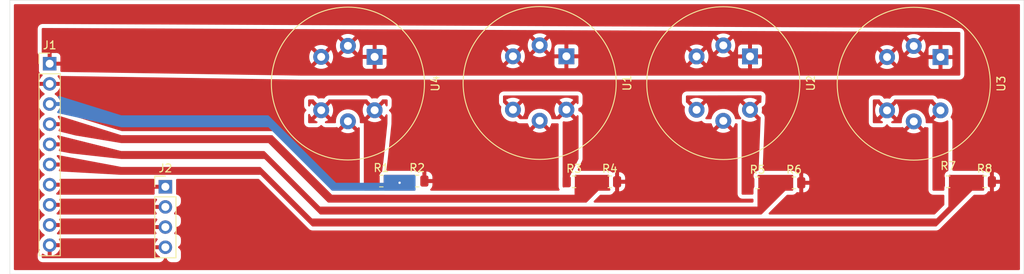
<source format=kicad_pcb>
(kicad_pcb (version 20240108) (generator "pcbnew") (generator_version "8.0")
  (layers (0 "F.Cu" signal) (31 "B.Cu" signal) (34 "B.Paste" user) (35 "F.Paste" user) (36 "B.SilkS" user "B.Silkscreen") (37 "F.SilkS" user "F.Silkscreen") (38 "B.Mask" user) (39 "F.Mask" user) (44 "Edge.Cuts" user))
  (net 0 "")
  (net 1 "Net-(J1-Pin_9)")
  (net 2 "Net-(J1-Pin_10)")
  (net 3 "Net-(J1-Pin_5)")
  (net 4 "Net-(J1-Pin_8)")
  (net 5 "Net-(J1-Pin_4)")
  (net 6 "/GND")
  (net 7 "Net-(J1-Pin_3)")
  (net 8 "Net-(J1-Pin_7)")
  (net 9 "/VDD")
  (net 10 "Net-(J1-Pin_6)")
  (net 11 "Net-(U4-A1)")
  (net 12 "Net-(U1-A1)")
  (net 13 "Net-(U2-A1)")
  (net 14 "Net-(U3-A1)")
  (footprint "Resistor_SMD:R_0805_2012Metric" (layer "F.Cu") (at 128.702728 54.27977)
    (property "Reference" "R2" (at 0 -1.65 0) (layer "F.SilkS"))
    (property "Value" "R_US")
    (fp_line (start -0.227064 -0.735) (end 0.227064 -0.735) (stroke (width 0.12)) (layer "F.SilkS"))
    (fp_line (start -0.227064 0.735) (end 0.227064 0.735) (stroke (width 0.12)) (layer "F.SilkS"))
    (pad "1" smd roundrect (at -0.9125 0) (size 1.025 1.4) (layers "F.Cu" "F.Paste" "F.Mask") (roundrect_rratio 0.243902) (net 7 "Net-(J1-Pin_3)"))
    (pad "2" smd roundrect (at 0.9125 0) (size 1.025 1.4) (layers "F.Cu" "F.Paste" "F.Mask") (roundrect_rratio 0.243902) (net 6 "/GND"))
  )
  (footprint "Sensor:MQ-6" (layer "F.Cu") (at 123.36 38.64 -90)
    (property "Reference" "U4" (at 3.36 -7.64 90) (layer "F.SilkS"))
    (property "Value" "MQ-6")
    (fp_circle (center 3.36 3.36) (end 12.985 3.36) (stroke (width 0.12)) (fill none) (layer "F.SilkS"))
    (pad "1" thru_hole rect (at 0 0 270) (size 2 2) (drill 1) (layers "*.Cu" "*.Mask") (net 9 "/VDD"))
    (pad "2" thru_hole circle (at -1.39 3.36 270) (size 2 2) (drill 1) (layers "*.Cu" "*.Mask") (net 9 "/VDD"))
    (pad "3" thru_hole circle (at 0 6.72) (size 2 2) (drill 1) (layers "*.Cu" "*.Mask") (net 9 "/VDD"))
    (pad "4" thru_hole circle (at 6.72 6.72 90) (size 2 2) (drill 1) (layers "*.Cu" "*.Mask") (net 11 "Net-(U4-A1)"))
    (pad "5" thru_hole circle (at 8.11 3.36 270) (size 2 2) (drill 1) (layers "*.Cu" "*.Mask") (net 6 "/GND"))
    (pad "6" thru_hole circle (at 6.72 0 180) (size 2 2) (drill 1) (layers "*.Cu" "*.Mask") (net 11 "Net-(U4-A1)"))
  )
  (footprint "Connector_PinHeader_2.54mm:PinHeader_1x04_P2.54mm_Vertical" (layer "F.Cu") (at 97.05 55)
    (property "Reference" "J2" (at 0 -2.33 0) (layer "F.SilkS"))
    (property "Value" "Conn_01x04_Socket")
    (fp_line (start -1.33 -1.33) (end 0 -1.33) (stroke (width 0.12)) (layer "F.SilkS"))
    (fp_line (start -1.33 0) (end -1.33 -1.33) (stroke (width 0.12)) (layer "F.SilkS"))
    (fp_line (start -1.33 1.27) (end -1.33 8.95) (stroke (width 0.12)) (layer "F.SilkS"))
    (fp_line (start -1.33 1.27) (end 1.33 1.27) (stroke (width 0.12)) (layer "F.SilkS"))
    (fp_line (start -1.33 8.95) (end 1.33 8.95) (stroke (width 0.12)) (layer "F.SilkS"))
    (fp_line (start 1.33 1.27) (end 1.33 8.95) (stroke (width 0.12)) (layer "F.SilkS"))
    (pad "1" thru_hole rect (at 0 0) (size 1.7 1.7) (drill 1) (layers "*.Cu" "*.Mask") (net 8 "Net-(J1-Pin_7)"))
    (pad "2" thru_hole oval (at 0 2.54) (size 1.7 1.7) (drill 1) (layers "*.Cu" "*.Mask") (net 4 "Net-(J1-Pin_8)"))
    (pad "3" thru_hole oval (at 0 5.08) (size 1.7 1.7) (drill 1) (layers "*.Cu" "*.Mask") (net 1 "Net-(J1-Pin_9)"))
    (pad "4" thru_hole oval (at 0 7.62) (size 1.7 1.7) (drill 1) (layers "*.Cu" "*.Mask") (net 2 "Net-(J1-Pin_10)"))
  )
  (footprint "Sensor:MQ-6" (layer "F.Cu") (at 170.559314 38.587289 -90)
    (property "Reference" "U2" (at 3.36 -7.64 90) (layer "F.SilkS"))
    (property "Value" "MQ-6")
    (fp_circle (center 3.36 3.36) (end 12.985 3.36) (stroke (width 0.12)) (fill none) (layer "F.SilkS"))
    (pad "1" thru_hole rect (at 0 0 270) (size 2 2) (drill 1) (layers "*.Cu" "*.Mask") (net 9 "/VDD"))
    (pad "2" thru_hole circle (at -1.39 3.36 270) (size 2 2) (drill 1) (layers "*.Cu" "*.Mask") (net 9 "/VDD"))
    (pad "3" thru_hole circle (at 0 6.72) (size 2 2) (drill 1) (layers "*.Cu" "*.Mask") (net 9 "/VDD"))
    (pad "4" thru_hole circle (at 6.72 6.72 90) (size 2 2) (drill 1) (layers "*.Cu" "*.Mask") (net 13 "Net-(U2-A1)"))
    (pad "5" thru_hole circle (at 8.11 3.36 270) (size 2 2) (drill 1) (layers "*.Cu" "*.Mask") (net 6 "/GND"))
    (pad "6" thru_hole circle (at 6.72 0 180) (size 2 2) (drill 1) (layers "*.Cu" "*.Mask") (net 13 "Net-(U2-A1)"))
  )
  (footprint "Resistor_SMD:R_0805_2012Metric" (layer "F.Cu") (at 152.932996 54.371106)
    (property "Reference" "R4" (at 0 -1.65 0) (layer "F.SilkS"))
    (property "Value" "R_US")
    (fp_line (start -0.227064 -0.735) (end 0.227064 -0.735) (stroke (width 0.12)) (layer "F.SilkS"))
    (fp_line (start -0.227064 0.735) (end 0.227064 0.735) (stroke (width 0.12)) (layer "F.SilkS"))
    (pad "1" smd roundrect (at -0.9125 0) (size 1.025 1.4) (layers "F.Cu" "F.Paste" "F.Mask") (roundrect_rratio 0.243902) (net 5 "Net-(J1-Pin_4)"))
    (pad "2" smd roundrect (at 0.9125 0) (size 1.025 1.4) (layers "F.Cu" "F.Paste" "F.Mask") (roundrect_rratio 0.243902) (net 6 "/GND"))
  )
  (footprint "Resistor_SMD:R_0805_2012Metric" (layer "F.Cu") (at 200.057617 54.371106)
    (property "Reference" "R8" (at 0 -1.65 0) (layer "F.SilkS"))
    (property "Value" "R_US")
    (fp_line (start -0.227064 -0.735) (end 0.227064 -0.735) (stroke (width 0.12)) (layer "F.SilkS"))
    (fp_line (start -0.227064 0.735) (end 0.227064 0.735) (stroke (width 0.12)) (layer "F.SilkS"))
    (pad "1" smd roundrect (at -0.9125 0) (size 1.025 1.4) (layers "F.Cu" "F.Paste" "F.Mask") (roundrect_rratio 0.243902) (net 10 "Net-(J1-Pin_6)"))
    (pad "2" smd roundrect (at 0.9125 0) (size 1.025 1.4) (layers "F.Cu" "F.Paste" "F.Mask") (roundrect_rratio 0.243902) (net 6 "/GND"))
  )
  (footprint "Resistor_SMD:R_0805_2012Metric" (layer "F.Cu") (at 124.202728 54.27977)
    (property "Reference" "R1" (at 0 -1.65 0) (layer "F.SilkS"))
    (property "Value" "R_US")
    (fp_line (start -0.227064 -0.735) (end 0.227064 -0.735) (stroke (width 0.12)) (layer "F.SilkS"))
    (fp_line (start -0.227064 0.735) (end 0.227064 0.735) (stroke (width 0.12)) (layer "F.SilkS"))
    (pad "1" smd roundrect (at -0.9125 0) (size 1.025 1.4) (layers "F.Cu" "F.Paste" "F.Mask") (roundrect_rratio 0.243902) (net 11 "Net-(U4-A1)"))
    (pad "2" smd roundrect (at 0.9125 0) (size 1.025 1.4) (layers "F.Cu" "F.Paste" "F.Mask") (roundrect_rratio 0.243902) (net 7 "Net-(J1-Pin_3)"))
  )
  (footprint "Sensor:MQ-6" (layer "F.Cu") (at 194.508743 38.659732 -90)
    (property "Reference" "U3" (at 3.36 -7.64 90) (layer "F.SilkS"))
    (property "Value" "MQ-6")
    (fp_circle (center 3.36 3.36) (end 12.985 3.36) (stroke (width 0.12)) (fill none) (layer "F.SilkS"))
    (pad "1" thru_hole rect (at 0 0 270) (size 2 2) (drill 1) (layers "*.Cu" "*.Mask") (net 9 "/VDD"))
    (pad "2" thru_hole circle (at -1.39 3.36 270) (size 2 2) (drill 1) (layers "*.Cu" "*.Mask") (net 9 "/VDD"))
    (pad "3" thru_hole circle (at 0 6.72) (size 2 2) (drill 1) (layers "*.Cu" "*.Mask") (net 9 "/VDD"))
    (pad "4" thru_hole circle (at 6.72 6.72 90) (size 2 2) (drill 1) (layers "*.Cu" "*.Mask") (net 14 "Net-(U3-A1)"))
    (pad "5" thru_hole circle (at 8.11 3.36 270) (size 2 2) (drill 1) (layers "*.Cu" "*.Mask") (net 6 "/GND"))
    (pad "6" thru_hole circle (at 6.72 0 180) (size 2 2) (drill 1) (layers "*.Cu" "*.Mask") (net 14 "Net-(U3-A1)"))
  )
  (footprint "Resistor_SMD:R_0805_2012Metric" (layer "F.Cu") (at 195.470117 54.371106)
    (property "Reference" "R7" (at 0 -2 0) (layer "F.SilkS"))
    (property "Value" "R_US")
    (fp_line (start -0.227064 -0.735) (end 0.227064 -0.735) (stroke (width 0.12)) (layer "F.SilkS"))
    (fp_line (start -0.227064 0.735) (end 0.227064 0.735) (stroke (width 0.12)) (layer "F.SilkS"))
    (pad "1" smd roundrect (at -0.9125 0) (size 1.025 1.4) (layers "F.Cu" "F.Paste" "F.Mask") (roundrect_rratio 0.243902) (net 14 "Net-(U3-A1)"))
    (pad "2" smd roundrect (at 0.9125 0) (size 1.025 1.4) (layers "F.Cu" "F.Paste" "F.Mask") (roundrect_rratio 0.243902) (net 10 "Net-(J1-Pin_6)"))
  )
  (footprint "Resistor_SMD:R_0805_2012Metric" (layer "F.Cu") (at 176.0875 54.5)
    (property "Reference" "R6" (at 0 -1.65 0) (layer "F.SilkS"))
    (property "Value" "R_US")
    (fp_line (start -0.227064 -0.735) (end 0.227064 -0.735) (stroke (width 0.12)) (layer "F.SilkS"))
    (fp_line (start -0.227064 0.735) (end 0.227064 0.735) (stroke (width 0.12)) (layer "F.SilkS"))
    (pad "1" smd roundrect (at -0.9125 0) (size 1.025 1.4) (layers "F.Cu" "F.Paste" "F.Mask") (roundrect_rratio 0.243902) (net 3 "Net-(J1-Pin_5)"))
    (pad "2" smd roundrect (at 0.9125 0) (size 1.025 1.4) (layers "F.Cu" "F.Paste" "F.Mask") (roundrect_rratio 0.243902) (net 6 "/GND"))
  )
  (footprint "Resistor_SMD:R_0805_2012Metric" (layer "F.Cu") (at 148.432996 54.371106)
    (property "Reference" "R3" (at 0 -1.65 0) (layer "F.SilkS"))
    (property "Value" "R_US")
    (fp_line (start -0.227064 -0.735) (end 0.227064 -0.735) (stroke (width 0.12)) (layer "F.SilkS"))
    (fp_line (start -0.227064 0.735) (end 0.227064 0.735) (stroke (width 0.12)) (layer "F.SilkS"))
    (pad "1" smd roundrect (at -0.9125 0) (size 1.025 1.4) (layers "F.Cu" "F.Paste" "F.Mask") (roundrect_rratio 0.243902) (net 12 "Net-(U1-A1)"))
    (pad "2" smd roundrect (at 0.9125 0) (size 1.025 1.4) (layers "F.Cu" "F.Paste" "F.Mask") (roundrect_rratio 0.243902) (net 5 "Net-(J1-Pin_4)"))
  )
  (footprint "Sensor:MQ-6" (layer "F.Cu") (at 147.470763 38.568396 -90)
    (property "Reference" "U1" (at 3.36 -7.64 90) (layer "F.SilkS"))
    (property "Value" "MQ-6")
    (fp_circle (center 3.36 3.36) (end 12.985 3.36) (stroke (width 0.12)) (fill none) (layer "F.SilkS"))
    (pad "1" thru_hole rect (at 0 0 270) (size 2 2) (drill 1) (layers "*.Cu" "*.Mask") (net 9 "/VDD"))
    (pad "2" thru_hole circle (at -1.39 3.36 270) (size 2 2) (drill 1) (layers "*.Cu" "*.Mask") (net 9 "/VDD"))
    (pad "3" thru_hole circle (at 0 6.72) (size 2 2) (drill 1) (layers "*.Cu" "*.Mask") (net 9 "/VDD"))
    (pad "4" thru_hole circle (at 6.72 6.72 90) (size 2 2) (drill 1) (layers "*.Cu" "*.Mask") (net 12 "Net-(U1-A1)"))
    (pad "5" thru_hole circle (at 8.11 3.36 270) (size 2 2) (drill 1) (layers "*.Cu" "*.Mask") (net 6 "/GND"))
    (pad "6" thru_hole circle (at 6.72 0 180) (size 2 2) (drill 1) (layers "*.Cu" "*.Mask") (net 12 "Net-(U1-A1)"))
  )
  (footprint "Resistor_SMD:R_0805_2012Metric" (layer "F.Cu") (at 171.5 54.5)
    (property "Reference" "R5" (at 0 -1.65 0) (layer "F.SilkS"))
    (property "Value" "R_US")
    (fp_line (start -0.227064 -0.735) (end 0.227064 -0.735) (stroke (width 0.12)) (layer "F.SilkS"))
    (fp_line (start -0.227064 0.735) (end 0.227064 0.735) (stroke (width 0.12)) (layer "F.SilkS"))
    (pad "1" smd roundrect (at -0.9125 0) (size 1.025 1.4) (layers "F.Cu" "F.Paste" "F.Mask") (roundrect_rratio 0.243902) (net 13 "Net-(U2-A1)"))
    (pad "2" smd roundrect (at 0.9125 0) (size 1.025 1.4) (layers "F.Cu" "F.Paste" "F.Mask") (roundrect_rratio 0.243902) (net 3 "Net-(J1-Pin_5)"))
  )
  (footprint "Connector_PinHeader_2.54mm:PinHeader_1x10_P2.54mm_Vertical" (layer "F.Cu") (at 82.5 39.5)
    (property "Reference" "J1" (at 0 -2.33 0) (layer "F.SilkS"))
    (property "Value" "Conn_01x10_Pin")
    (fp_line (start -1.33 -1.33) (end 0 -1.33) (stroke (width 0.12)) (layer "F.SilkS"))
    (fp_line (start -1.33 0) (end -1.33 -1.33) (stroke (width 0.12)) (layer "F.SilkS"))
    (fp_line (start -1.33 1.27) (end -1.33 24.19) (stroke (width 0.12)) (layer "F.SilkS"))
    (fp_line (start -1.33 1.27) (end 1.33 1.27) (stroke (width 0.12)) (layer "F.SilkS"))
    (fp_line (start -1.33 24.19) (end 1.33 24.19) (stroke (width 0.12)) (layer "F.SilkS"))
    (fp_line (start 1.33 1.27) (end 1.33 24.19) (stroke (width 0.12)) (layer "F.SilkS"))
    (pad "1" thru_hole rect (at 0 0) (size 1.7 1.7) (drill 1) (layers "*.Cu" "*.Mask") (net 9 "/VDD"))
    (pad "2" thru_hole oval (at 0 2.54) (size 1.7 1.7) (drill 1) (layers "*.Cu" "*.Mask") (net 6 "/GND"))
    (pad "3" thru_hole oval (at 0 5.08) (size 1.7 1.7) (drill 1) (layers "*.Cu" "*.Mask") (net 7 "Net-(J1-Pin_3)"))
    (pad "4" thru_hole oval (at 0 7.62) (size 1.7 1.7) (drill 1) (layers "*.Cu" "*.Mask") (net 5 "Net-(J1-Pin_4)"))
    (pad "5" thru_hole oval (at 0 10.16) (size 1.7 1.7) (drill 1) (layers "*.Cu" "*.Mask") (net 3 "Net-(J1-Pin_5)"))
    (pad "6" thru_hole oval (at 0 12.7) (size 1.7 1.7) (drill 1) (layers "*.Cu" "*.Mask") (net 10 "Net-(J1-Pin_6)"))
    (pad "7" thru_hole oval (at 0 15.24) (size 1.7 1.7) (drill 1) (layers "*.Cu" "*.Mask") (net 8 "Net-(J1-Pin_7)"))
    (pad "8" thru_hole oval (at 0 17.78) (size 1.7 1.7) (drill 1) (layers "*.Cu" "*.Mask") (net 4 "Net-(J1-Pin_8)"))
    (pad "9" thru_hole oval (at 0 20.32) (size 1.7 1.7) (drill 1) (layers "*.Cu" "*.Mask") (net 1 "Net-(J1-Pin_9)"))
    (pad "10" thru_hole oval (at 0 22.86) (size 1.7 1.7) (drill 1) (layers "*.Cu" "*.Mask") (net 2 "Net-(J1-Pin_10)"))
  )
  (gr_rect (start 77.5 31.5) (end 205 66) (stroke (width 0.05)) (fill none) (layer "Edge.Cuts"))
  (segment (start 176.9125 54.5875) (end 177 54.5) (width 0.2) (layer "F.Cu") (net 6))
  (via (at 126.5 54.5) (size 0.6) (drill 0.3) (layers "F.Cu" "B.Cu") (net 7))
  (segment (start 123.36 54.209998) (end 123.290228 54.27977) (width 0.2) (layer "F.Cu") (net 11))
  (segment (start 147.470763 54.321373) (end 147.520496 54.371106) (width 0.2) (layer "F.Cu") (net 12))
  (segment (start 170.559314 45.559314) (end 170.5875 45.5875) (width 0.2) (layer "F.Cu") (net 13))
  (segment (start 170.559314 45.307289) (end 170.559314 45.559314) (width 0.2) (layer "F.Cu") (net 13))
  (segment (start 194.508743 54.322232) (end 194.557617 54.371106) (width 0.2) (layer "F.Cu") (net 14))
  (zone (net 3) (net_name "Net-(J1-Pin_5)") (layer "F.Cu") (priority 8) (connect_pads thru_hole_only (clearance 0.5)) (min_thickness 0.25) (fill yes (thermal_gap 0.5) (thermal_bridge_width 0.5))
    (polygon (pts (xy 171.5 53.5) (xy 176 53.5) (xy 176 55.5) (xy 175 55.5) (xy 172 58.5) (xy 116.5 58.5) (xy 109.5 51.5) (xy 91.5 51.5) (xy 82.5 50.5) (xy 81.5 50.5) (xy 81.5 48.5) (xy 83.5 48.5) (xy 91.5 50.5) (xy 109.5 50.5) (xy 116.5 57.5) (xy 171.5 57.5)))
  )
  (zone (net 14) (net_name "Net-(U3-A1)") (layer "F.Cu") (priority 6) (connect_pads thru_hole_only (clearance 0.5)) (min_thickness 0.25) (fill yes (thermal_gap 0.5) (thermal_bridge_width 0.5))
    (polygon (pts (xy 186 44) (xy 186 47) (xy 193.5 47) (xy 193.5 55.5) (xy 195.5 55.5) (xy 195.5 44)))
  )
  (zone (net 11) (net_name "Net-(U4-A1)") (layer "F.Cu") (priority 3) (connect_pads thru_hole_only (clearance 0.5)) (min_thickness 0.25) (fill yes (thermal_gap 0.5) (thermal_bridge_width 0.5))
    (polygon (pts (xy 124.5 51.5) (xy 124.968965 47.046653) (xy 125 44) (xy 115 44) (xy 115 47) (xy 122 47) (xy 122 55.5) (xy 124 55.5)))
  )
  (zone (net 10) (net_name "Net-(J1-Pin_6)") (layer "F.Cu") (priority 9) (connect_pads thru_hole_only (clearance 0.5)) (min_thickness 0.25) (fill yes (thermal_gap 0.5) (thermal_bridge_width 0.5))
    (polygon (pts (xy 195.5 53.5) (xy 200 53.5) (xy 200 55.5) (xy 198.5 55.5) (xy 194 60) (xy 115.5 60) (xy 109 53.5) (xy 91.5 53.5) (xy 82.5 53) (xy 81.5 53) (xy 81.5 51) (xy 83.5 51) (xy 91.5 52.5) (xy 109 52.5) (xy 115.5 59) (xy 194 59) (xy 195.5 57.5)))
  )
  (zone (net 4) (net_name "Net-(J1-Pin_8)") (layer "F.Cu") (priority 11) (connect_pads thru_hole_only (clearance 0.5)) (min_thickness 0.25) (fill yes (thermal_gap 0.5) (thermal_bridge_width 0.5))
    (polygon (pts (xy 81.5 56.5) (xy 81.5 58.5) (xy 98.5 58.5) (xy 98.5 56.5)))
  )
  (zone (net 8) (net_name "Net-(J1-Pin_7)") (layer "F.Cu") (priority 10) (connect_pads thru_hole_only (clearance 0.5)) (min_thickness 0.25) (fill yes (thermal_gap 0.5) (thermal_bridge_width 0.5))
    (polygon (pts (xy 81.5 54) (xy 81.5 56) (xy 98.5 56) (xy 98.5 54)))
  )
  (zone (net 2) (net_name "Net-(J1-Pin_10)") (layer "F.Cu") (priority 13) (connect_pads thru_hole_only (clearance 0.5)) (min_thickness 0.25) (fill yes (thermal_gap 0.5) (thermal_bridge_width 0.5))
    (polygon (pts (xy 81.5 61.5) (xy 81.5 64) (xy 98.5 64) (xy 98.5 61.5)))
  )
  (zone (net 12) (net_name "Net-(U1-A1)") (layer "F.Cu") (priority 4) (connect_pads thru_hole_only (clearance 0.5)) (min_thickness 0.25) (fill yes (thermal_gap 0.5) (thermal_bridge_width 0.5))
    (polygon (pts (xy 139.5 46.5) (xy 147 46.5) (xy 147 55.5) (xy 149 51.5) (xy 149 43.5) (xy 139.5 43.5)))
  )
  (zone (net 7) (net_name "Net-(J1-Pin_3)") (layer "F.Cu") (priority 14) (connect_pads thru_hole_only (clearance 0.5)) (min_thickness 0.25) (fill yes (thermal_gap 0.5) (thermal_bridge_width 0.5))
    (polygon (pts (xy 124.5 53.5) (xy 124.5 55.5) (xy 128.5 55.5) (xy 128.5 53.5)))
  )
  (zone (net 13) (net_name "Net-(U2-A1)") (layer "F.Cu") (priority 5) (connect_pads thru_hole_only (clearance 0.5)) (min_thickness 0.25) (fill yes (thermal_gap 0.5) (thermal_bridge_width 0.5))
    (polygon (pts (xy 162.5 46.5) (xy 169.5 46.5) (xy 169.5 56) (xy 171.516313 55.98377) (xy 172.016313 43.48377) (xy 162.5 43.5)))
  )
  (zone (net 5) (net_name "Net-(J1-Pin_4)") (layer "F.Cu") (priority 7) (connect_pads thru_hole_only (clearance 0.5)) (min_thickness 0.25) (fill yes (thermal_gap 0.5) (thermal_bridge_width 0.5))
    (polygon (pts (xy 148.5 53.5) (xy 153 53.5) (xy 153 55.5) (xy 151.5 55.5) (xy 150 57) (xy 117.5 57) (xy 110 49.5) (xy 91.5 49.5) (xy 82.5 48) (xy 81.5 48) (xy 81.5 46) (xy 83.5 46) (xy 91.5 48.5) (xy 110.5 48.5) (xy 118 56) (xy 148.5 56)))
  )
  (zone (net 9) (net_name "/VDD") (layer "F.Cu") (priority 1) (connect_pads (clearance 0.5)) (min_thickness 0.25) (fill yes (thermal_gap 0.5) (thermal_bridge_width 0.5))
    (polygon (pts (xy 197 41) (xy 114 41) (xy 81.5 40.5) (xy 81.5 35) (xy 197 35.5)))
  )
  (zone (net 6) (net_name "/GND") (layer "F.Cu") (connect_pads (clearance 0.5)) (min_thickness 0.25) (fill yes (thermal_gap 0.5) (thermal_bridge_width 0.5))
    (polygon (pts (xy 77.5 31.5) (xy 77.5 66) (xy 205 66) (xy 205 31.5)))
  )
  (zone (net 1) (net_name "Net-(J1-Pin_9)") (layer "F.Cu") (priority 12) (connect_pads thru_hole_only (clearance 0.5)) (min_thickness 0.25) (fill yes (thermal_gap 0.5) (thermal_bridge_width 0.5))
    (polygon (pts (xy 81.5 59) (xy 81.5 61) (xy 98.5 61) (xy 98.5 59)))
  )
  (zone (net 7) (net_name "Net-(J1-Pin_3)") (layer "B.Cu") (priority 2) (connect_pads (clearance 0.5)) (min_thickness 0.25) (fill yes (thermal_gap 0.5) (thermal_bridge_width 0.5))
    (polygon (pts (xy 124.5 53.5) (xy 128.5 53.5) (xy 128.5 55.5) (xy 118 55.5) (xy 110 47.5) (xy 91.5 47.5) (xy 82.5 45.5) (xy 81.5 45.5) (xy 81.5 43.5) (xy 83.5 43.5) (xy 91.5 46) (xy 110 46) (xy 118.5 54.5) (xy 124.5 54.5)))
  )
)
</source>
